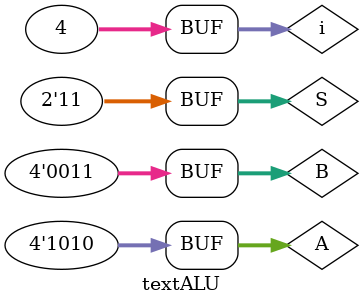
<source format=v>
`timescale 1ns / 1ps


module textALU;

	// Inputs
	reg [1:0] S;
	reg [3:0] A;
	reg [3:0] B;

	// Outputs
	wire [3:0] C;
	wire Co;

	// Instantiate the Unit Under Test (UUT)
	ALU uut (
		.S(S), 
		.A(A), 
		.B(B), 
		.C(C), 
		.Co(Co)
	);

	integer i;
	initial begin
	A=4'b1010; B=4'b0111; S=2'b00; i=0;
	#100;
	B=4'b0011;
	for (i=0; i<=2'b11;i=i+1) begin
		#100;S=i;end
	end
endmodule

</source>
